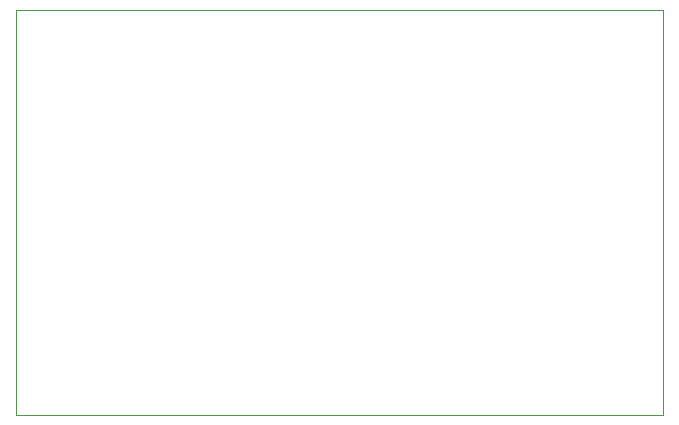
<source format=gbr>
%TF.GenerationSoftware,KiCad,Pcbnew,8.0.3*%
%TF.CreationDate,2024-07-20T16:39:50-07:00*%
%TF.ProjectId,General Register V1,47656e65-7261-46c2-9052-656769737465,rev?*%
%TF.SameCoordinates,Original*%
%TF.FileFunction,Profile,NP*%
%FSLAX46Y46*%
G04 Gerber Fmt 4.6, Leading zero omitted, Abs format (unit mm)*
G04 Created by KiCad (PCBNEW 8.0.3) date 2024-07-20 16:39:50*
%MOMM*%
%LPD*%
G01*
G04 APERTURE LIST*
%TA.AperFunction,Profile*%
%ADD10C,0.050000*%
%TD*%
G04 APERTURE END LIST*
D10*
X90500000Y-60250000D02*
X145250000Y-60250000D01*
X145250000Y-94500000D01*
X90500000Y-94500000D01*
X90500000Y-60250000D01*
M02*

</source>
